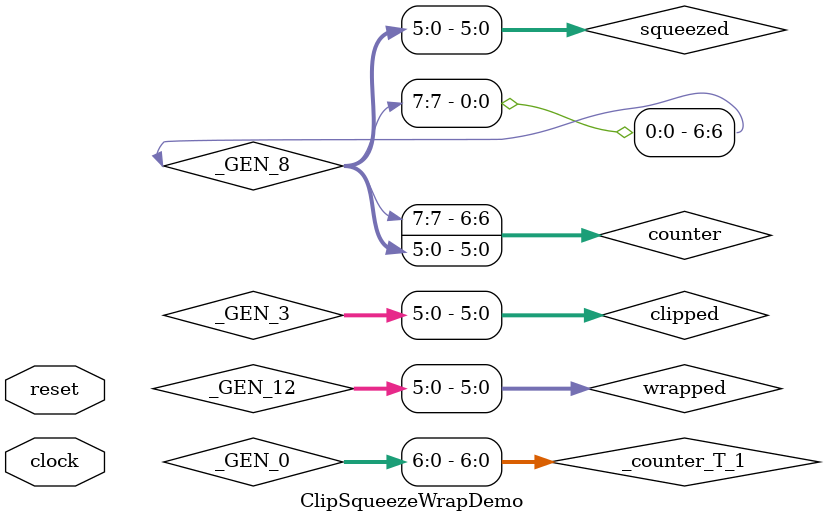
<source format=v>
module ClipSqueezeWrapDemo(
  input   clock,
  input   reset
);
`ifdef RANDOMIZE_REG_INIT
  reg [31:0] _RAND_0;
`endif // RANDOMIZE_REG_INIT
  reg [6:0] counter; // @[IntervalSpec.scala 202:24]
  wire [7:0] _GEN_0 = $signed(counter) + 7'sh1; // @[IntervalSpec.scala 204:{23,23}]
  wire [6:0] _counter_T_1 = _GEN_0[6:0]; // @[IntervalSpec.scala 204:{43,43}]
  wire  _T = $signed(counter) > 7'sh1e; // @[IntervalSpec.scala 205:16]
  wire  _T_2 = ~reset; // @[IntervalSpec.scala 206:9]
  wire [6:0] _GEN_3 = $signed(counter) > 7'sh11 ? $signed(7'sh11) : $signed($signed(counter) < -7'sh4 ? $signed(-7'sh4)
     : $signed(counter)); // @[IntervalSpec.scala 209:{29,29}]
  wire [5:0] clipped = _GEN_3[5:0]; // @[IntervalSpec.scala 209:{29,29}]
  wire [5:0] squeezed = counter[5:0]; // @[IntervalSpec.scala 210:{33,33}]
  wire [7:0] _GEN_7 = $signed(counter) + 7'sh16; // @[IntervalSpec.scala 211:{29,29}]
  wire [7:0] _GEN_8 = {{1{counter[6]}},counter}; // @[IntervalSpec.scala 211:{29,29}]
  wire [7:0] _GEN_10 = $signed(counter) - 7'sh16; // @[IntervalSpec.scala 211:{29,29}]
  wire [7:0] _GEN_11 = $signed(counter) < -7'sh4 ? $signed(_GEN_7) : $signed(_GEN_8); // @[IntervalSpec.scala 211:{29,29}]
  wire [7:0] _GEN_12 = $signed(counter) > 7'sh11 ? $signed(_GEN_10) : $signed(_GEN_11); // @[IntervalSpec.scala 211:{29,29}]
  wire [5:0] wrapped = _GEN_12[5:0]; // @[IntervalSpec.scala 211:{29,29}]
  wire  _T_3 = $signed(counter) == -7'sh4; // @[IntervalSpec.scala 213:16]
  always @(posedge clock) begin
    if (reset) begin // @[IntervalSpec.scala 202:24]
      counter <= -7'sh4; // @[IntervalSpec.scala 202:24]
    end else begin
      counter <= _counter_T_1; // @[IntervalSpec.scala 204:11]
    end
    `ifndef SYNTHESIS
    `ifdef STOP_COND
      if (`STOP_COND) begin
    `endif
        if (_T & ~reset) begin
          $finish; // @[IntervalSpec.scala 206:9]
        end
    `ifdef STOP_COND
      end
    `endif
    `endif // SYNTHESIS
    `ifndef SYNTHESIS
    `ifdef PRINTF_COND
      if (`PRINTF_COND) begin
    `endif
        if (_T_3 & _T_2) begin
          $fwrite(32'h80000002,"Target range is range\"[-10,33].0\"\n"); // @[IntervalSpec.scala 214:11]
        end
    `ifdef PRINTF_COND
      end
    `endif
    `endif // SYNTHESIS
    `ifndef SYNTHESIS
    `ifdef PRINTF_COND
      if (`PRINTF_COND) begin
    `endif
        if (_T_3 & _T_2) begin
          $fwrite(32'h80000002,"value     clip      squeeze      wrap\n"); // @[IntervalSpec.scala 215:11]
        end
    `ifdef PRINTF_COND
      end
    `endif
    `endif // SYNTHESIS
    `ifndef SYNTHESIS
    `ifdef PRINTF_COND
      if (`PRINTF_COND) begin
    `endif
        if (_T_2) begin
          $fwrite(32'h80000002,"       %d       %d          %d         %d\n",counter,clipped,squeezed,wrapped); // @[IntervalSpec.scala 218:9]
        end
    `ifdef PRINTF_COND
      end
    `endif
    `endif // SYNTHESIS
  end
// Register and memory initialization
`ifdef RANDOMIZE_GARBAGE_ASSIGN
`define RANDOMIZE
`endif
`ifdef RANDOMIZE_INVALID_ASSIGN
`define RANDOMIZE
`endif
`ifdef RANDOMIZE_REG_INIT
`define RANDOMIZE
`endif
`ifdef RANDOMIZE_MEM_INIT
`define RANDOMIZE
`endif
`ifndef RANDOM
`define RANDOM $random
`endif
`ifdef RANDOMIZE_MEM_INIT
  integer initvar;
`endif
`ifndef SYNTHESIS
`ifdef FIRRTL_BEFORE_INITIAL
`FIRRTL_BEFORE_INITIAL
`endif
initial begin
  `ifdef RANDOMIZE
    `ifdef INIT_RANDOM
      `INIT_RANDOM
    `endif
    `ifndef VERILATOR
      `ifdef RANDOMIZE_DELAY
        #`RANDOMIZE_DELAY begin end
      `else
        #0.002 begin end
      `endif
    `endif
`ifdef RANDOMIZE_REG_INIT
  _RAND_0 = {1{`RANDOM}};
  counter = _RAND_0[6:0];
`endif // RANDOMIZE_REG_INIT
  `endif // RANDOMIZE
end // initial
`ifdef FIRRTL_AFTER_INITIAL
`FIRRTL_AFTER_INITIAL
`endif
`endif // SYNTHESIS
endmodule

</source>
